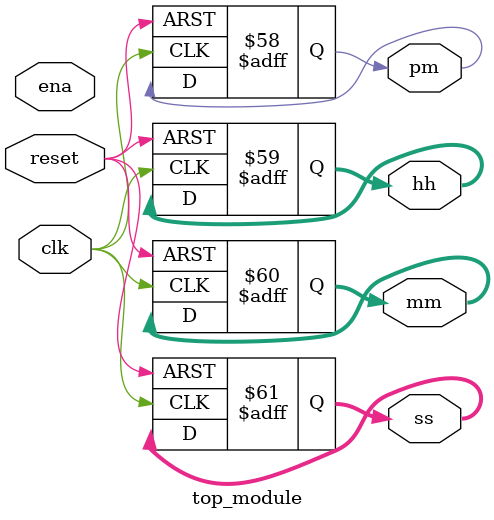
<source format=sv>
module top_module(
   input clk,
   input reset,
   input ena,
   output reg pm,
   output reg [7:0] hh,
   output reg [7:0] mm,
   output reg [7:0] ss);

   reg [7:0] counter;

   always @(posedge clk or posedge reset) begin
      if (reset) begin
         counter <= 0;
         pm <= 0;
         hh <= 8'h01;
         mm <= 8'h00;
         ss <= 8'h00;
      end else if (ena) begin
         counter <= counter + 1;

         if (counter == 50000) begin
            counter <= 0;

            if (ss == 8'h59) begin
               ss <= 8'h00;

               if (mm == 8'h59) begin
                  mm <= 8'h00;

                  if (hh == 8'h12) begin
                     hh <= 8'h01;
                     pm <= ~pm;
                  end else begin
                     hh <= hh + 1;
                  end
               end else begin
                  mm <= mm + 1;
               end
            end else begin
               ss <= ss + 1;
            end
         end
      end
   end
   
endmodule

</source>
